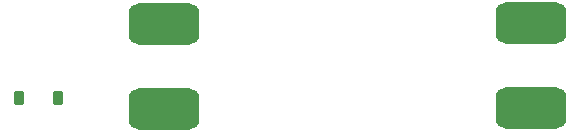
<source format=gbr>
%TF.GenerationSoftware,KiCad,Pcbnew,7.0.11-7.0.11~ubuntu22.04.1*%
%TF.CreationDate,2024-07-10T21:13:57-03:00*%
%TF.ProjectId,GG_LCD_DIY,47475f4c-4344-45f4-9449-592e6b696361,rev?*%
%TF.SameCoordinates,Original*%
%TF.FileFunction,Paste,Top*%
%TF.FilePolarity,Positive*%
%FSLAX46Y46*%
G04 Gerber Fmt 4.6, Leading zero omitted, Abs format (unit mm)*
G04 Created by KiCad (PCBNEW 7.0.11-7.0.11~ubuntu22.04.1) date 2024-07-10 21:13:57*
%MOMM*%
%LPD*%
G01*
G04 APERTURE LIST*
G04 Aperture macros list*
%AMRoundRect*
0 Rectangle with rounded corners*
0 $1 Rounding radius*
0 $2 $3 $4 $5 $6 $7 $8 $9 X,Y pos of 4 corners*
0 Add a 4 corners polygon primitive as box body*
4,1,4,$2,$3,$4,$5,$6,$7,$8,$9,$2,$3,0*
0 Add four circle primitives for the rounded corners*
1,1,$1+$1,$2,$3*
1,1,$1+$1,$4,$5*
1,1,$1+$1,$6,$7*
1,1,$1+$1,$8,$9*
0 Add four rect primitives between the rounded corners*
20,1,$1+$1,$2,$3,$4,$5,0*
20,1,$1+$1,$4,$5,$6,$7,0*
20,1,$1+$1,$6,$7,$8,$9,0*
20,1,$1+$1,$8,$9,$2,$3,0*%
G04 Aperture macros list end*
%ADD10RoundRect,0.875000X2.125000X0.875000X-2.125000X0.875000X-2.125000X-0.875000X2.125000X-0.875000X0*%
%ADD11RoundRect,0.225000X-0.225000X-0.375000X0.225000X-0.375000X0.225000X0.375000X-0.225000X0.375000X0*%
G04 APERTURE END LIST*
D10*
%TO.C,Boost-Board1*%
X173400000Y-103300000D03*
X173400000Y-96100000D03*
X142400000Y-103370000D03*
X142400000Y-96170000D03*
%TD*%
D11*
%TO.C,D1*%
X130100000Y-102400000D03*
X133400000Y-102400000D03*
%TD*%
M02*

</source>
